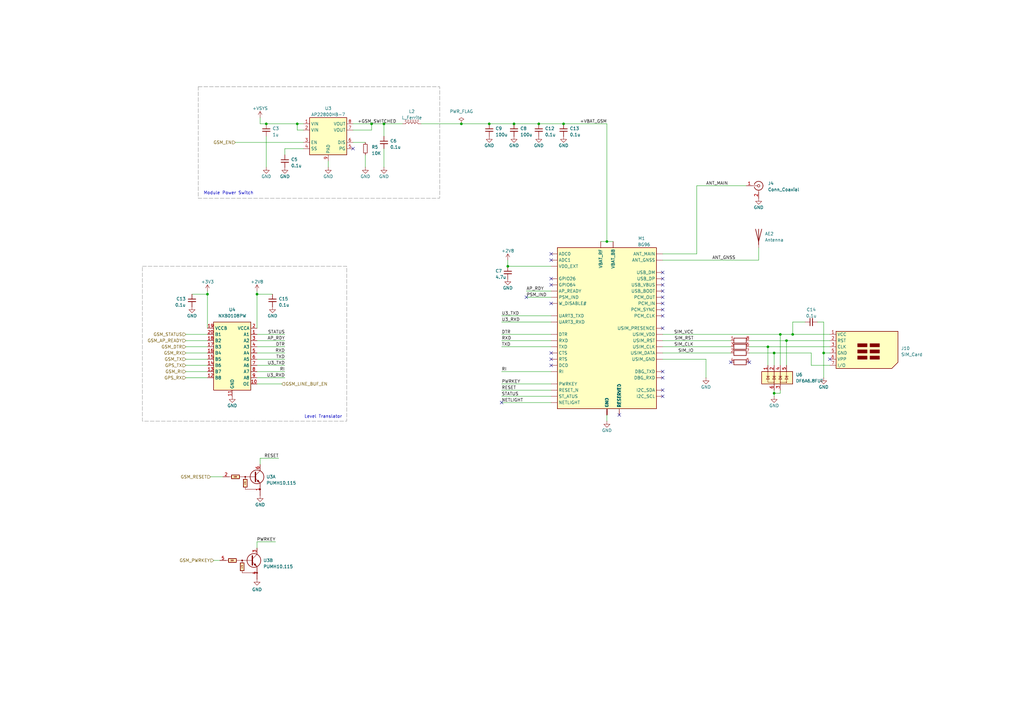
<source format=kicad_sch>
(kicad_sch (version 20250114) (generator "eeschema") (generator_version "9.0")
  (paper "A3")
  (lib_symbols
    (symbol "Connector:Conn_Coaxial" (pin_names (offset 1.016) (hide yes))
      (property "Reference" "J" (at 0.254 3.048 0))
      (property "Value" "Conn_Coaxial" (at 2.921 0 90))
      (symbol "Conn_Coaxial_0_1"
        (polyline (pts (xy -2.54 0) (xy -0.508 0)))
        (arc (start 1.778 0) (mid 0.222 -1.8079) (end -1.778 -0.508) (stroke (width 0.254)))
        (arc (start -1.778 0.508) (mid 0.2221 1.8084) (end 1.778 0) (stroke (width 0.254)))
        (circle (center 0 0) (radius 0.508) (stroke (width 0.2032)))
        (polyline (pts (xy 0 -2.54) (xy 0 -1.778)))
      )
      (symbol "Conn_Coaxial_1_1"
        (pin passive line (at -5.08 0 0) (length 2.54) (name "In") (number "1"))
        (pin passive line (at 0 -5.08 90) (length 2.54) (name "Ext") (number "2"))
      )
    )
    (symbol "Connector:SIM_Card"
      (property "Reference" "J" (at -2.54 12.7 0))
      (property "Value" "SIM_Card" (at -1.27 10.16 0))
      (symbol "SIM_Card_0_1"
        (polyline (pts (xy -10.16 8.89) (xy 15.24 8.89) (xy 15.24 -3.81) (xy 12.7 -6.35) (xy -10.16 -6.35) (xy -10.16 8.89)) (stroke (width 0.254)) (fill (type background)))
        (rectangle (start -1.27 2.54) (end 2.54 3.81) (stroke (width 0.254)) (fill (type outline)))
        (rectangle (start -1.27 0) (end 2.54 1.27) (stroke (width 0.254)) (fill (type outline)))
        (rectangle (start -1.27 -2.54) (end 2.54 -1.27) (stroke (width 0.254)) (fill (type outline)))
        (rectangle (start 3.81 2.54) (end 7.62 3.81) (stroke (width 0.254)) (fill (type outline)))
        (rectangle (start 3.81 0) (end 7.62 1.27) (stroke (width 0.254)) (fill (type outline)))
        (rectangle (start 3.81 -1.27) (end 7.62 -2.54) (stroke (width 0.254)) (fill (type outline)))
      )
      (symbol "SIM_Card_1_1"
        (pin power_in line (at -12.7 7.62 0) (length 2.54) (name "VCC") (number "1"))
        (pin input line (at -12.7 5.08 0) (length 2.54) (name "RST") (number "2"))
        (pin input line (at -12.7 2.54 0) (length 2.54) (name "CLK") (number "3"))
        (pin power_in line (at -12.7 0 0) (length 2.54) (name "GND") (number "5"))
        (pin input line (at -12.7 -2.54 0) (length 2.54) (name "VPP") (number "6"))
        (pin bidirectional line (at -12.7 -5.08 0) (length 2.54) (name "I/O") (number "7"))
      )
    )
    (symbol "Device:Antenna" (pin_numbers (hide yes)) (pin_names (offset 1.016) (hide yes))
      (property "Reference" "AE" (at -1.905 1.905 0))
      (property "Value" "Antenna" (at -1.905 0 0))
      (symbol "Antenna_0_1"
        (polyline (pts (xy 0 2.54) (xy 0 -3.81)) (stroke (width 0.254)))
        (polyline (pts (xy 1.27 2.54) (xy 0 -2.54) (xy -1.27 2.54)) (stroke (width 0.254)))
      )
      (symbol "Antenna_1_1"
        (pin input line (at 0 -5.08 90) (length 2.54) (name "A") (number "1"))
      )
    )
    (symbol "Device:C_Small" (pin_numbers (hide yes)) (pin_names (offset 0.254) (hide yes))
      (property "Reference" "C" (at 0.254 1.778 0))
      (property "Value" "C_Small" (at 0.254 -2.032 0))
      (symbol "C_Small_0_1"
        (polyline (pts (xy -1.524 0.508) (xy 1.524 0.508)) (stroke (width 0.3048)))
        (polyline (pts (xy -1.524 -0.508) (xy 1.524 -0.508)) (stroke (width 0.3302)))
      )
      (symbol "C_Small_1_1"
        (pin passive line (at 0 2.54 270) (length 2.032) (name "~") (number "1"))
        (pin passive line (at 0 -2.54 90) (length 2.032) (name "~") (number "2"))
      )
    )
    (symbol "Device:L_Ferrite" (pin_numbers (hide yes)) (pin_names (offset 1.016) (hide yes))
      (property "Reference" "L" (at -1.27 0 90))
      (property "Value" "L_Ferrite" (at 2.794 0 90))
      (symbol "L_Ferrite_0_1"
        (arc (start 0 2.54) (mid 0.6323 1.905) (end 0 1.27))
        (arc (start 0 1.27) (mid 0.6323 0.635) (end 0 0))
        (arc (start 0 0) (mid 0.6323 -0.635) (end 0 -1.27))
        (arc (start 0 -1.27) (mid 0.6323 -1.905) (end 0 -2.54))
        (polyline (pts (xy 1.016 2.286) (xy 1.016 2.794)))
        (polyline (pts (xy 1.016 1.27) (xy 1.016 1.778)))
        (polyline (pts (xy 1.016 0.254) (xy 1.016 0.762)))
        (polyline (pts (xy 1.016 -0.762) (xy 1.016 -0.254)))
        (polyline (pts (xy 1.016 -1.778) (xy 1.016 -1.27)))
        (polyline (pts (xy 1.016 -2.794) (xy 1.016 -2.286)))
        (polyline (pts (xy 1.524 2.794) (xy 1.524 2.286)))
        (polyline (pts (xy 1.524 1.778) (xy 1.524 1.27)))
        (polyline (pts (xy 1.524 0.762) (xy 1.524 0.254)))
        (polyline (pts (xy 1.524 -0.254) (xy 1.524 -0.762)))
        (polyline (pts (xy 1.524 -1.27) (xy 1.524 -1.778)))
        (polyline (pts (xy 1.524 -2.286) (xy 1.524 -2.794)))
      )
      (symbol "L_Ferrite_1_1"
        (pin passive line (at 0 3.81 270) (length 1.27) (name "1") (number "1"))
        (pin passive line (at 0 -3.81 90) (length 1.27) (name "2") (number "2"))
      )
    )
    (symbol "Device:R_Pack04_Split" (pin_names (offset 0) (hide yes))
      (property "Reference" "RN" (at 2.032 0 90))
      (property "Value" "R_Pack04_Split" (at 0 0 90))
      (symbol "R_Pack04_Split_0_1"
        (rectangle (start 1.016 2.54) (end -1.016 -2.54) (stroke (width 0.254)))
      )
      (symbol "R_Pack04_Split_1_1"
        (pin passive line (at 0 3.81 270) (length 1.27) (name "R1.2") (number "8"))
        (pin passive line (at 0 -3.81 90) (length 1.27) (name "R1.1") (number "1"))
      )
      (symbol "R_Pack04_Split_2_1"
        (pin passive line (at 0 3.81 270) (length 1.27) (name "R2.2") (number "7"))
        (pin passive line (at 0 -3.81 90) (length 1.27) (name "R2.1") (number "2"))
      )
      (symbol "R_Pack04_Split_3_1"
        (pin passive line (at 0 3.81 270) (length 1.27) (name "R3.2") (number "6"))
        (pin passive line (at 0 -3.81 90) (length 1.27) (name "R3.1") (number "3"))
      )
      (symbol "R_Pack04_Split_4_1"
        (pin passive line (at 0 3.81 270) (length 1.27) (name "R4.2") (number "5"))
        (pin passive line (at 0 -3.81 90) (length 1.27) (name "R4.1") (number "4"))
      )
    )
    (symbol "Device:R_Small" (pin_numbers (hide yes)) (pin_names (offset 0.254) (hide yes))
      (property "Reference" "R" (at 0 0 90))
      (property "Value" "R_Small" (at 1.778 0 90))
      (symbol "R_Small_0_1"
        (rectangle (start -0.762 1.778) (end 0.762 -1.778) (stroke (width 0.2032)))
      )
      (symbol "R_Small_1_1"
        (pin passive line (at 0 2.54 270) (length 0.762) (name "~") (number "1"))
        (pin passive line (at 0 -2.54 90) (length 0.762) (name "~") (number "2"))
      )
    )
    (symbol "My Libraries:+2V8" (power) (in_bom no) (on_board no)
      (property "Value" "+2V8" (at 0 3.81 0))
      (symbol "+2V8_0_1"
        (polyline (pts (xy 0 2.54) (xy -0.762 1.27)))
        (polyline (pts (xy 0 2.54) (xy 0.762 1.27)))
        (polyline (pts (xy 0 0) (xy 0 2.54)))
      )
      (symbol "+2V8_1_1"
        (pin power_in line (at 0 0 90) (length 0) (hide yes) (name "+2V8") (number ""))
      )
    )
    (symbol "My Libraries:+VSYS" (power) (in_bom no) (on_board no)
      (property "Value" "+VSYS" (at 0 3.81 0))
      (symbol "+VSYS_0_1"
        (polyline (pts (xy 0 2.54) (xy -0.762 1.27)))
        (polyline (pts (xy 0 2.54) (xy 0.762 1.27)))
        (polyline (pts (xy 0 0) (xy 0 2.54)))
      )
      (symbol "+VSYS_1_1"
        (pin power_in line (at 0 0 90) (length 0) (hide yes) (name "+VSYS") (number ""))
      )
    )
    (symbol "My Libraries:AP22800HB-7"
      (property "Reference" "U" (at -1.27 10.16 0))
      (property "Value" "AP22800HB-7" (at -1.27 10.16 0))
      (symbol "AP22800HB-7_0_1"
        (rectangle (start -7.62 7.62) (end 7.62 -7.62) (stroke (width 0.254)) (fill (type background)))
      )
      (symbol "AP22800HB-7_1_1"
        (pin power_in line (at -10.16 5.08 0) (length 2.54) (name "VIN") (number "1"))
        (pin power_in line (at -10.16 2.54 0) (length 2.54) (name "VIN") (number "2"))
        (pin input line (at -10.16 -2.54 0) (length 2.54) (name "EN") (number "3"))
        (pin input line (at -10.16 -5.08 0) (length 2.54) (name "SS") (number "4"))
        (pin power_in line (at 0 -10.16 90) (length 2.54) (name "PAD") (number "9"))
        (pin passive line (at 10.16 5.08 180) (length 2.54) (name "VOUT") (number "8"))
        (pin passive line (at 10.16 2.54 180) (length 2.54) (name "VOUT") (number "7"))
        (pin output line (at 10.16 -2.54 180) (length 2.54) (name "DIS") (number "6"))
        (pin output line (at 10.16 -5.08 180) (length 2.54) (name "PG") (number "5"))
      )
    )
    (symbol "My Libraries:BG96" (pin_numbers (hide yes))
      (property "Reference" "M" (at -17.78 27.94 0))
      (property "Value" "BG96" (at -17.78 25.4 0))
      (symbol "BG96_0_1"
        (rectangle (start -20.32 22.86) (end 20.32 -43.18) (stroke (width 0.254)) (fill (type background)))
      )
      (symbol "BG96_1_1"
        (pin input line (at -22.86 20.32 0) (length 2.54) (name "ADC0") (number "24"))
        (pin input line (at -22.86 17.78 0) (length 2.54) (name "ADC1") (number "2"))
        (pin power_out line (at -22.86 15.24 0) (length 2.54) (name "VDD_EXT") (number "29"))
        (pin bidirectional line (at -22.86 10.16 0) (length 2.54) (name "GPIO26") (number "26"))
        (pin bidirectional line (at -22.86 7.62 0) (length 2.54) (name "GPIO64") (number "64"))
        (pin input line (at -22.86 5.08 0) (length 2.54) (name "AP_READY") (number "19"))
        (pin output line (at -22.86 2.54 0) (length 2.54) (name "PSM_IND") (number "1"))
        (pin input line (at -22.86 0 0) (length 2.54) (name "W_DISABLE#") (number "18"))
        (pin output line (at -22.86 -5.08 0) (length 2.54) (name "UART3_TXD") (number "27"))
        (pin input line (at -22.86 -7.62 0) (length 2.54) (name "UART3_RXD") (number "28"))
        (pin input line (at -22.86 -12.7 0) (length 2.54) (name "DTR") (number "30"))
        (pin input line (at -22.86 -15.24 0) (length 2.54) (name "RXD") (number "34"))
        (pin output line (at -22.86 -17.78 0) (length 2.54) (name "TXD") (number "35"))
        (pin output line (at -22.86 -20.32 0) (length 2.54) (name "CTS") (number "36"))
        (pin input line (at -22.86 -22.86 0) (length 2.54) (name "RTS") (number "37"))
        (pin output line (at -22.86 -25.4 0) (length 2.54) (name "DCD") (number "38"))
        (pin output line (at -22.86 -27.94 0) (length 2.54) (name "RI") (number "39"))
        (pin passive line (at -22.86 -33.02 0) (length 2.54) (name "PWRKEY") (number "15"))
        (pin input line (at -22.86 -35.56 0) (length 2.54) (name "RESET_N") (number "17"))
        (pin passive line (at -22.86 -38.1 0) (length 2.54) (name "ST_ATUS") (number "20"))
        (pin passive line (at -22.86 -40.64 0) (length 2.54) (name "NETLIGHT") (number "21"))
        (pin power_in line (at -2.54 25.4 270) (length 2.54) (name "VBAT_RF") (number "52"))
        (pin power_in line (at -2.54 25.4 270) (length 2.54) (name "VBAT_RF") (number "53"))
        (pin power_in line (at 0 -45.72 90) (length 2.54) (name "GND") (number "100"))
        (pin power_in line (at 0 -45.72 90) (length 2.54) (name "GND") (number "101"))
        (pin power_in line (at 0 -45.72 90) (length 2.54) (name "GND") (number "102"))
        (pin power_in line (at 0 -45.72 90) (length 2.54) (name "GND") (number "3"))
        (pin power_in line (at 0 -45.72 90) (length 2.54) (name "GND") (number "31"))
        (pin power_in line (at 0 -45.72 90) (length 2.54) (name "GND") (number "48"))
        (pin power_in line (at 0 -45.72 90) (length 2.54) (name "GND") (number "50"))
        (pin power_in line (at 0 -45.72 90) (length 2.54) (name "GND") (number "54"))
        (pin power_in line (at 0 -45.72 90) (length 2.54) (name "GND") (number "55"))
        (pin power_in line (at 0 -45.72 90) (length 2.54) (name "GND") (number "58"))
        (pin power_in line (at 0 -45.72 90) (length 2.54) (name "GND") (number "59"))
        (pin power_in line (at 0 -45.72 90) (length 2.54) (name "GND") (number "61"))
        (pin power_in line (at 0 -45.72 90) (length 2.54) (name "GND") (number "62"))
        (pin power_in line (at 0 -45.72 90) (length 2.54) (name "GND") (number "67"))
        (pin power_in line (at 0 -45.72 90) (length 2.54) (name "GND") (number "68"))
        (pin power_in line (at 0 -45.72 90) (length 2.54) (name "GND") (number "69"))
        (pin power_in line (at 0 -45.72 90) (length 2.54) (name "GND") (number "70"))
        (pin power_in line (at 0 -45.72 90) (length 2.54) (name "GND") (number "71"))
        (pin power_in line (at 0 -45.72 90) (length 2.54) (name "GND") (number "72"))
        (pin power_in line (at 0 -45.72 90) (length 2.54) (name "GND") (number "73"))
        (pin power_in line (at 0 -45.72 90) (length 2.54) (name "GND") (number "74"))
        (pin power_in line (at 0 -45.72 90) (length 2.54) (name "GND") (number "79"))
        (pin power_in line (at 0 -45.72 90) (length 2.54) (name "GND") (number "80"))
        (pin power_in line (at 0 -45.72 90) (length 2.54) (name "GND") (number "81"))
        (pin power_in line (at 0 -45.72 90) (length 2.54) (name "GND") (number "82"))
        (pin power_in line (at 0 -45.72 90) (length 2.54) (name "GND") (number "89"))
        (pin power_in line (at 0 -45.72 90) (length 2.54) (name "GND") (number "90"))
        (pin power_in line (at 0 -45.72 90) (length 2.54) (name "GND") (number "91"))
        (pin power_in line (at 2.54 25.4 270) (length 2.54) (name "VBAT_BB") (number "32"))
        (pin power_in line (at 2.54 25.4 270) (length 2.54) (name "VBAT_BB") (number "33"))
        (pin free line (at 5.08 -45.72 90) (length 2.54) (name "RESERVED") (number "11"))
        (pin free line (at 5.08 -45.72 90) (length 2.54) (name "RESERVED") (number "12"))
        (pin free line (at 5.08 -45.72 90) (length 2.54) (name "RESERVED") (number "13"))
        (pin free line (at 5.08 -45.72 90) (length 2.54) (name "RESERVED") (number "14"))
        (pin free line (at 5.08 -45.72 90) (length 2.54) (name "RESERVED") (number "16"))
        (pin free line (at 5.08 -45.72 90) (length 2.54) (name "RESERVED") (number "25"))
        (pin free line (at 5.08 -45.72 90) (length 2.54) (name "RESERVED") (number "51"))
        (pin free line (at 5.08 -45.72 90) (length 2.54) (name "RESERVED") (number "56"))
        (pin free line (at 5.08 -45.72 90) (length 2.54) (name "RESERVED") (number "57"))
        (pin free line (at 5.08 -45.72 90) (length 2.54) (name "RESERVED") (number "63"))
        (pin free line (at 5.08 -45.72 90) (length 2.54) (name "RESERVED") (number "65"))
        (pin free line (at 5.08 -45.72 90) (length 2.54) (name "RESERVED") (number "66"))
        (pin free line (at 5.08 -45.72 90) (length 2.54) (name "RESERVED") (number "76"))
        (pin free line (at 5.08 -45.72 90) (length 2.54) (name "RESERVED") (number "77"))
        (pin free line (at 5.08 -45.72 90) (length 2.54) (name "RESERVED") (number "78"))
        (pin free line (at 5.08 -45.72 90) (length 2.54) (name "RESERVED") (number "83"))
        (pin free line (at 5.08 -45.72 90) (length 2.54) (name "RESERVED") (number "84"))
        (pin free line (at 5.08 -45.72 90) (length 2.54) (name "RESERVED") (number "85"))
        (pin free line (at 5.08 -45.72 90) (length 2.54) (name "RESERVED") (number "86"))
        (pin free line (at 5.08 -45.72 90) (length 2.54) (name "RESERVED") (number "87"))
        (pin free line (at 5.08 -45.72 90) (length 2.54) (name "RESERVED") (number "88"))
        (pin free line (at 5.08 -45.72 90) (length 2.54) (name "RESERVED") (number "92"))
        (pin free line (at 5.08 -45.72 90) (length 2.54) (name "RESERVED") (number "93"))
        (pin free line (at 5.08 -45.72 90) (length 2.54) (name "RESERVED") (number "94"))
        (pin free line (at 5.08 -45.72 90) (length 2.54) (name "RESERVED") (number "95"))
        (pin free line (at 5.08 -45.72 90) (length 2.54) (name "RESERVED") (number "96"))
        (pin free line (at 5.08 -45.72 90) (length 2.54) (name "RESERVED") (number "97"))
        (pin free line (at 5.08 -45.72 90) (length 2.54) (name "RESERVED") (number "98"))
        (pin free line (at 5.08 -45.72 90) (length 2.54) (name "RESERVED") (number "99"))
        (pin passive line (at 22.86 20.32 180) (length 2.54) (name "ANT_MAIN") (number "60"))
        (pin passive line (at 22.86 17.78 180) (length 2.54) (name "ANT_GNSS") (number "49"))
        (pin bidirectional line (at 22.86 12.7 180) (length 2.54) (name "USB_DM") (number "10"))
        (pin bidirectional line (at 22.86 10.16 180) (length 2.54) (name "USB_DP") (number "9"))
        (pin power_in line (at 22.86 7.62 180) (length 2.54) (name "USB_VBUS") (number "8"))
        (pin power_in line (at 22.86 5.08 180) (length 2.54) (name "USB_BOOT") (number "75"))
        (pin output line (at 22.86 2.54 180) (length 2.54) (name "PCM_OUT") (number "7"))
        (pin input line (at 22.86 0 180) (length 2.54) (name "PCM_IN") (number "6"))
        (pin output line (at 22.86 -2.54 180) (length 2.54) (name "PCM_SYNC") (number "5"))
        (pin output line (at 22.86 -5.08 180) (length 2.54) (name "PCM_CLK") (number "4"))
        (pin input line (at 22.86 -10.16 180) (length 2.54) (name "USIM_PRESENCE") (number "42"))
        (pin power_out line (at 22.86 -12.7 180) (length 2.54) (name "USIM_VDD") (number "43"))
        (pin output line (at 22.86 -15.24 180) (length 2.54) (name "USIM_RST") (number "44"))
        (pin output line (at 22.86 -17.78 180) (length 2.54) (name "USIM_CLK") (number "46"))
        (pin bidirectional line (at 22.86 -20.32 180) (length 2.54) (name "USIM_DATA") (number "45"))
        (pin power_in line (at 22.86 -22.86 180) (length 2.54) (name "USIM_GND") (number "47"))
        (pin output line (at 22.86 -27.94 180) (length 2.54) (name "DBG_TXD") (number "23"))
        (pin input line (at 22.86 -30.48 180) (length 2.54) (name "DBG_RXD") (number "22"))
        (pin bidirectional line (at 22.86 -35.56 180) (length 2.54) (name "I2C_SDA") (number "41"))
        (pin bidirectional line (at 22.86 -38.1 180) (length 2.54) (name "I2C_SCL") (number "40"))
      )
    )
    (symbol "My Libraries:DF6A6.8FUT" (pin_names (hide yes))
      (property "Reference" "U" (at -7.62 5.08 0))
      (property "Value" "DF6A6.8FUT" (at 0 0 0))
      (symbol "DF6A6.8FUT_0_1"
        (rectangle (start -5.08 2.54) (end 7.62 -2.54) (stroke (width 0.254)) (fill (type background)))
        (polyline (pts (xy -3.175 0.635) (xy -1.905 0.635) (xy -1.905 0.381)))
        (polyline (pts (xy -3.175 -0.635) (xy -1.905 -0.635) (xy -2.54 0.635) (xy -3.175 -0.635)))
        (polyline (pts (xy -2.54 2.54) (xy -2.54 -1.905) (xy 0 -1.9)))
        (polyline (pts (xy -0.635 0.635) (xy 0.635 0.635) (xy 0.635 0.381)))
        (polyline (pts (xy -0.635 -0.635) (xy 0.635 -0.635) (xy 0 0.635) (xy -0.635 -0.635)))
        (polyline (pts (xy 0 2.54) (xy 0 -1.905)))
        (polyline (pts (xy 0 2.54) (xy 0 -1.905) (xy 0 -2.54)))
        (circle (center 0 -1.905) (radius 0.127))
        (polyline (pts (xy 1.905 0.635) (xy 3.175 0.635) (xy 3.175 0.381)))
        (polyline (pts (xy 1.905 -0.635) (xy 3.175 -0.635) (xy 2.54 0.635) (xy 1.905 -0.635)))
        (polyline (pts (xy 2.54 2.54) (xy 2.54 -1.778)))
        (polyline (pts (xy 2.54 2.54) (xy 2.54 -1.905) (xy 2.54 -2.54)))
        (circle (center 2.54 -1.905) (radius 0.127))
        (polyline (pts (xy 2.55 2.53) (xy 2.55 -1.9) (xy 5.1 -1.9)))
        (polyline (pts (xy 4.445 0.635) (xy 5.715 0.635) (xy 5.715 0.381)))
        (polyline (pts (xy 4.445 -0.635) (xy 5.715 -0.635) (xy 5.08 0.635) (xy 4.445 -0.635)))
        (polyline (pts (xy 5.08 2.54) (xy 5.08 -1.905)))
        (circle (center 5.08 -1.905) (radius 0.127))
      )
      (symbol "DF6A6.8FUT_1_0"
        (pin passive line (at 0 -5.08 90) (length 2.54) (name "GND") (number "6"))
        (pin passive line (at 2.54 -5.08 90) (length 2.54) (name "GND") (number "3"))
      )
      (symbol "DF6A6.8FUT_1_1"
        (pin passive line (at -2.54 5.08 270) (length 2.54) (name "IO1") (number "1"))
        (pin passive line (at 0 5.08 270) (length 2.54) (name "IO2") (number "2"))
        (pin passive line (at 2.54 5.08 270) (length 2.54) (name "IO3") (number "4"))
        (pin passive line (at 5.08 5.08 270) (length 2.54) (name "IO4") (number "5"))
      )
    )
    (symbol "My Libraries:NXB0108PW"
      (property "Reference" "U" (at 0 15.24 0))
      (property "Value" "NXB0108PW" (at 0 -17.78 0))
      (symbol "NXB0108PW_1_1"
        (rectangle (start -7.62 12.7) (end 7.62 -15.24) (stroke (width 0.254)) (fill (type color) (color 255 255 194 1)))
        (pin power_in line (at -10.16 10.16 0) (length 2.54) (name "VCCA") (number "2"))
        (pin bidirectional line (at -10.16 7.62 0) (length 2.54) (name "A1") (number "1"))
        (pin bidirectional line (at -10.16 5.08 0) (length 2.54) (name "A2") (number "3"))
        (pin bidirectional line (at -10.16 2.54 0) (length 2.54) (name "A3") (number "4"))
        (pin bidirectional line (at -10.16 0 0) (length 2.54) (name "A4") (number "5"))
        (pin bidirectional line (at -10.16 -2.54 0) (length 2.54) (name "A5") (number "6"))
        (pin bidirectional line (at -10.16 -5.08 0) (length 2.54) (name "A6") (number "7"))
        (pin bidirectional line (at -10.16 -7.62 0) (length 2.54) (name "A7") (number "8"))
        (pin bidirectional line (at -10.16 -10.16 0) (length 2.54) (name "A8") (number "9"))
        (pin input line (at -10.16 -12.7 0) (length 2.54) (name "OE") (number "10"))
        (pin power_in line (at 0 -17.78 90) (length 2.54) (name "GND") (number "11"))
        (pin power_in line (at 10.16 10.16 180) (length 2.54) (name "VCCB") (number "19"))
        (pin bidirectional line (at 10.16 7.62 180) (length 2.54) (name "B1") (number "20"))
        (pin bidirectional line (at 10.16 5.08 180) (length 2.54) (name "B2") (number "18"))
        (pin bidirectional line (at 10.16 2.54 180) (length 2.54) (name "B3") (number "17"))
        (pin bidirectional line (at 10.16 0 180) (length 2.54) (name "B4") (number "16"))
        (pin bidirectional line (at 10.16 -2.54 180) (length 2.54) (name "B5") (number "15"))
        (pin bidirectional line (at 10.16 -5.08 180) (length 2.54) (name "B6") (number "14"))
        (pin bidirectional line (at 10.16 -7.62 180) (length 2.54) (name "B7") (number "13"))
        (pin bidirectional line (at 10.16 -10.16 180) (length 2.54) (name "B8") (number "12"))
      )
    )
    (symbol "My Libraries:PUMH10,115"
      (property "Reference" "U" (at 0 0 0))
      (property "Value" "PUMH10,115" (at 0 0 0))
      (symbol "PUMH10,115_0_0"
        (circle (center -6.096 0) (radius 0.2736) (stroke (width 0.1524)) (fill (type outline)))
        (circle (center 0 -5.08) (radius 0.2736) (stroke (width 0.1524)) (fill (type outline)))
        (text "10K" (at -10.16 0 0) (effects (font (size 0.508 0.508))))
      )
      (symbol "PUMH10,115_0_1"
        (polyline (pts (xy -12.7 0) (xy -11.684 0)) (stroke (width 0.1524)))
        (rectangle (start -11.684 -0.762) (end -8.509 0.762) (stroke (width 0.3048)) (fill (type background)))
        (polyline (pts (xy -8.382 0) (xy -8.128 0) (xy -2.032 0)) (stroke (width 0.1524)))
        (rectangle (start -6.858 -1.016) (end -5.334 -4.191) (stroke (width 0.3048)) (fill (type background)))
        (polyline (pts (xy -6.096 -1.016) (xy -6.096 0)) (stroke (width 0.1524)))
        (polyline (pts (xy -6.096 -4.318) (xy -6.096 -5.08) (xy 0 -5.08)) (stroke (width 0.1524)))
        (polyline (pts (xy -1.905 1.905) (xy -1.905 -1.905) (xy -1.905 -1.905)) (stroke (width 0.508)))
        (polyline (pts (xy -1.905 0.635) (xy 0 2.54)))
        (polyline (pts (xy -1.905 -0.635) (xy 0 -2.54) (xy 0 -2.54)))
        (circle (center -1.27 0) (radius 2.8194) (stroke (width 0.254)))
        (polyline (pts (xy -1.27 -1.778) (xy -0.762 -1.27) (xy -0.254 -2.286) (xy -1.27 -1.778) (xy -1.27 -1.778)) (fill (type outline)))
        (text "47K" (at -6.096 -2.54 900) (effects (font (size 0.508 0.508))))
      )
      (symbol "PUMH10,115_1_1"
        (pin passive line (at -15.24 0 0) (length 2.54) (name "") (number "2"))
        (pin passive line (at 0 5.08 270) (length 2.54) (name "") (number "6"))
        (pin passive line (at 0 -7.62 90) (length 5.08) (name "") (number "1"))
      )
      (symbol "PUMH10,115_2_1"
        (pin passive line (at -15.24 0 0) (length 2.54) (name "") (number "5"))
        (pin passive line (at 0 5.08 270) (length 2.54) (name "") (number "3"))
        (pin passive line (at 0 -7.62 90) (length 5.08) (name "") (number "4"))
      )
    )
    (symbol "power:+3.3V" (power) (pin_numbers (hide yes)) (pin_names (offset 0) (hide yes))
      (property "Value" "+3.3V" (at 0 3.556 0))
      (symbol "+3.3V_0_1"
        (polyline (pts (xy -0.762 1.27) (xy 0 2.54)))
        (polyline (pts (xy 0 2.54) (xy 0.762 1.27)))
        (polyline (pts (xy 0 0) (xy 0 2.54)))
      )
      (symbol "+3.3V_1_1"
        (pin power_in line (at 0 0 90) (length 0) (name "~") (number "1"))
      )
    )
    (symbol "power:GND" (power) (pin_numbers (hide yes)) (pin_names (offset 0) (hide yes))
      (property "Value" "GND" (at 0 -3.81 0))
      (symbol "GND_0_1"
        (polyline (pts (xy 0 0) (xy 0 -1.27) (xy 1.27 -1.27) (xy 0 -2.54) (xy -1.27 -1.27) (xy 0 -1.27)))
      )
      (symbol "GND_1_1"
        (pin power_in line (at 0 0 270) (length 0) (name "~") (number "1"))
      )
    )
    (symbol "power:PWR_FLAG" (power) (pin_numbers (hide yes)) (pin_names (offset 0) (hide yes))
      (property "Value" "PWR_FLAG" (at 0 3.81 0))
      (symbol "PWR_FLAG_0_0"
        (pin power_out line (at 0 0 90) (length 0) (name "~") (number "1"))
      )
      (symbol "PWR_FLAG_0_1"
        (polyline (pts (xy 0 0) (xy 0 1.27) (xy -1.016 1.905) (xy 0 2.54) (xy 1.016 1.905) (xy 0 1.27)))
      )
    )
  )
  (rectangle (start 81.28 35.56) (end 180.34 81.28) (stroke (width 0) (type dash) (color 132 132 132 1)))
  (rectangle (start 58.42 109.22) (end 142.24 172.72) (stroke (width 0) (type dash) (color 132 132 132 1)))
  (text "Module Power Switch" (at 93.726 79.248 0) (effects (font (size 1.27 1.27))))
  (text "Level Translator" (at 132.588 170.942 0) (effects (font (size 1.27 1.27))))
  (junction (at 200.66 50.8))
  (junction (at 109.22 50.8) (diameter 0.9144))
  (junction (at 85.09 120.65))
  (junction (at 314.96 142.24))
  (junction (at 121.92 50.8) (diameter 0.9144))
  (junction (at 157.48 50.8) (diameter 0.9144))
  (junction (at 210.82 50.8))
  (junction (at 152.4 50.8) (diameter 0.9144))
  (junction (at 320.04 137.16))
  (junction (at 208.28 109.22) (diameter 0.9144))
  (junction (at 325.12 137.16) (diameter 0.9144))
  (junction (at 317.5 161.29))
  (junction (at 248.92 99.06))
  (junction (at 322.58 139.7))
  (junction (at 220.98 50.8) (diameter 0.9144))
  (junction (at 231.14 50.8))
  (junction (at 189.23 50.8))
  (junction (at 317.5 144.78))
  (junction (at 337.82 144.78) (diameter 0.9144))
  (junction (at 105.41 120.65))
  (no_connect (at 144.78 60.96))
  (no_connect (at 226.06 144.78))
  (no_connect (at 271.78 114.3))
  (no_connect (at 271.78 134.62))
  (no_connect (at 226.06 106.68))
  (no_connect (at 205.74 165.1))
  (no_connect (at 271.78 119.38))
  (no_connect (at 340.36 147.32))
  (no_connect (at 254 170.18))
  (no_connect (at 271.78 154.94))
  (no_connect (at 215.9 121.92))
  (no_connect (at 271.78 116.84))
  (no_connect (at 226.06 114.3))
  (no_connect (at 226.06 116.84))
  (no_connect (at 271.78 121.92))
  (no_connect (at 271.78 124.46))
  (no_connect (at 271.78 127))
  (no_connect (at 271.78 129.54))
  (no_connect (at 271.78 160.02))
  (no_connect (at 271.78 162.56))
  (no_connect (at 226.06 149.86))
  (no_connect (at 226.06 104.14))
  (no_connect (at 226.06 124.46))
  (no_connect (at 271.78 111.76))
  (no_connect (at 299.72 148.59))
  (no_connect (at 307.34 148.59))
  (no_connect (at 271.78 152.4))
  (no_connect (at 226.06 147.32))
  (wire (pts (xy 205.74 142.24) (xy 226.06 142.24)))
  (wire (pts (xy 189.23 50.8) (xy 200.66 50.8)))
  (wire (pts (xy 106.68 48.26) (xy 106.68 50.8)))
  (wire (pts (xy 205.74 152.4) (xy 226.06 152.4)))
  (wire (pts (xy 320.04 160.02) (xy 320.04 161.29)))
  (wire (pts (xy 157.48 50.8) (xy 157.48 55.88)))
  (wire (pts (xy 208.28 109.22) (xy 226.06 109.22)))
  (wire (pts (xy 271.78 139.7) (xy 299.72 139.7)))
  (wire (pts (xy 307.34 139.7) (xy 322.58 139.7)))
  (wire (pts (xy 109.22 50.8) (xy 121.92 50.8)))
  (wire (pts (xy 121.92 53.34) (xy 121.92 50.8)))
  (wire (pts (xy 124.46 53.34) (xy 121.92 53.34)))
  (wire (pts (xy 144.78 50.8) (xy 152.4 50.8)))
  (wire (pts (xy 215.9 121.92) (xy 226.06 121.92)))
  (wire (pts (xy 317.5 161.29) (xy 320.04 161.29)))
  (wire (pts (xy 105.41 120.65) (xy 105.41 134.62)))
  (wire (pts (xy 76.2 137.16) (xy 85.09 137.16)))
  (wire (pts (xy 105.41 222.25) (xy 113.03 222.25)))
  (wire (pts (xy 105.41 224.79) (xy 105.41 222.25)))
  (wire (pts (xy 205.74 137.16) (xy 226.06 137.16)))
  (wire (pts (xy 246.38 99.06) (xy 248.92 99.06)))
  (wire (pts (xy 106.68 190.5) (xy 106.68 187.96)))
  (wire (pts (xy 205.74 160.02) (xy 226.06 160.02)))
  (wire (pts (xy 76.2 149.86) (xy 85.09 149.86)))
  (wire (pts (xy 322.58 139.7) (xy 340.36 139.7)))
  (wire (pts (xy 200.66 50.8) (xy 210.82 50.8)))
  (wire (pts (xy 172.72 50.8) (xy 189.23 50.8)))
  (wire (pts (xy 271.78 142.24) (xy 299.72 142.24)))
  (wire (pts (xy 307.34 142.24) (xy 314.96 142.24)))
  (wire (pts (xy 332.74 149.86) (xy 332.74 144.78)))
  (wire (pts (xy 340.36 149.86) (xy 332.74 149.86)))
  (wire (pts (xy 115.57 157.48) (xy 105.41 157.48)))
  (wire (pts (xy 116.84 60.96) (xy 116.84 63.5)))
  (wire (pts (xy 124.46 60.96) (xy 116.84 60.96)))
  (wire (pts (xy 271.78 137.16) (xy 320.04 137.16)))
  (wire (pts (xy 320.04 137.16) (xy 325.12 137.16)))
  (wire (pts (xy 325.12 137.16) (xy 340.36 137.16)))
  (wire (pts (xy 105.41 137.16) (xy 116.84 137.16)))
  (wire (pts (xy 205.74 132.08) (xy 226.06 132.08)))
  (wire (pts (xy 87.63 229.87) (xy 90.17 229.87)))
  (wire (pts (xy 317.5 144.78) (xy 317.5 149.86)))
  (wire (pts (xy 144.78 58.42) (xy 149.86 58.42)))
  (wire (pts (xy 105.41 154.94) (xy 116.84 154.94)))
  (wire (pts (xy 76.2 144.78) (xy 85.09 144.78)))
  (wire (pts (xy 317.5 161.29) (xy 317.5 162.56)))
  (wire (pts (xy 271.78 144.78) (xy 299.72 144.78)))
  (wire (pts (xy 307.34 144.78) (xy 317.5 144.78)))
  (wire (pts (xy 86.36 195.58) (xy 91.44 195.58)))
  (wire (pts (xy 248.92 99.06) (xy 251.46 99.06)))
  (wire (pts (xy 105.41 147.32) (xy 116.84 147.32)))
  (wire (pts (xy 271.78 104.14) (xy 285.75 104.14)))
  (wire (pts (xy 285.75 76.2) (xy 306.07 76.2)))
  (wire (pts (xy 285.75 104.14) (xy 285.75 76.2)))
  (wire (pts (xy 314.96 142.24) (xy 340.36 142.24)))
  (wire (pts (xy 311.15 106.68) (xy 311.15 101.6)))
  (wire (pts (xy 105.41 142.24) (xy 116.84 142.24)))
  (wire (pts (xy 320.04 137.16) (xy 320.04 149.86)))
  (wire (pts (xy 105.41 152.4) (xy 116.84 152.4)))
  (wire (pts (xy 317.5 144.78) (xy 332.74 144.78)))
  (wire (pts (xy 105.41 119.38) (xy 105.41 120.65)))
  (wire (pts (xy 109.22 55.88) (xy 109.22 68.58)))
  (wire (pts (xy 317.5 160.02) (xy 317.5 161.29)))
  (wire (pts (xy 111.76 120.65) (xy 105.41 120.65)))
  (wire (pts (xy 231.14 50.8) (xy 248.92 50.8)))
  (wire (pts (xy 271.78 147.32) (xy 289.56 147.32)))
  (wire (pts (xy 208.28 106.68) (xy 208.28 109.22)))
  (wire (pts (xy 106.68 50.8) (xy 109.22 50.8)))
  (wire (pts (xy 157.48 60.96) (xy 157.48 68.58)))
  (wire (pts (xy 105.41 139.7) (xy 116.84 139.7)))
  (wire (pts (xy 248.92 170.18) (xy 248.92 172.72)))
  (wire (pts (xy 215.9 119.38) (xy 226.06 119.38)))
  (wire (pts (xy 76.2 152.4) (xy 85.09 152.4)))
  (wire (pts (xy 144.78 53.34) (xy 152.4 53.34)))
  (wire (pts (xy 152.4 53.34) (xy 152.4 50.8)))
  (wire (pts (xy 149.86 63.5) (xy 149.86 68.58)))
  (wire (pts (xy 210.82 50.8) (xy 220.98 50.8)))
  (wire (pts (xy 271.78 106.68) (xy 311.15 106.68)))
  (wire (pts (xy 322.58 139.7) (xy 322.58 149.86)))
  (wire (pts (xy 106.68 187.96) (xy 114.3 187.96)))
  (wire (pts (xy 78.74 120.65) (xy 85.09 120.65)))
  (wire (pts (xy 76.2 139.7) (xy 85.09 139.7)))
  (wire (pts (xy 105.41 149.86) (xy 116.84 149.86)))
  (wire (pts (xy 220.98 50.8) (xy 231.14 50.8)))
  (wire (pts (xy 85.09 120.65) (xy 85.09 134.62)))
  (wire (pts (xy 85.09 119.38) (xy 85.09 120.65)))
  (wire (pts (xy 105.41 144.78) (xy 116.84 144.78)))
  (wire (pts (xy 134.62 66.04) (xy 134.62 68.58)))
  (wire (pts (xy 76.2 147.32) (xy 85.09 147.32)))
  (wire (pts (xy 205.74 139.7) (xy 226.06 139.7)))
  (wire (pts (xy 121.92 50.8) (xy 124.46 50.8)))
  (wire (pts (xy 226.06 157.48) (xy 205.74 157.48)))
  (wire (pts (xy 335.28 132.08) (xy 337.82 132.08)))
  (wire (pts (xy 337.82 132.08) (xy 337.82 144.78)))
  (wire (pts (xy 337.82 144.78) (xy 337.82 154.94)))
  (wire (pts (xy 76.2 142.24) (xy 85.09 142.24)))
  (wire (pts (xy 205.74 165.1) (xy 226.06 165.1)))
  (wire (pts (xy 248.92 50.8) (xy 248.92 99.06)))
  (wire (pts (xy 152.4 50.8) (xy 157.48 50.8)))
  (wire (pts (xy 157.48 50.8) (xy 165.1 50.8)))
  (wire (pts (xy 205.74 129.54) (xy 226.06 129.54)))
  (wire (pts (xy 325.12 132.08) (xy 325.12 137.16)))
  (wire (pts (xy 330.2 132.08) (xy 325.12 132.08)))
  (wire (pts (xy 96.52 58.42) (xy 124.46 58.42)))
  (wire (pts (xy 289.56 154.94) (xy 289.56 147.32)))
  (wire (pts (xy 314.96 142.24) (xy 314.96 149.86)))
  (wire (pts (xy 205.74 162.56) (xy 226.06 162.56)))
  (wire (pts (xy 340.36 144.78) (xy 337.82 144.78)))
  (wire (pts (xy 76.2 154.94) (xy 85.09 154.94)))
  (label "PWRKEY" (at 113.03 222.25 180))
  (label "TXD" (at 116.84 147.32 180))
  (label "NETLIGHT" (at 205.74 165.1 0))
  (label "RXD" (at 116.84 144.78 180))
  (label "SIM_IO" (at 284.48 144.78 180))
  (label "STATUS" (at 205.74 162.56 0))
  (label "RESET" (at 205.74 160.02 0))
  (label "ANT_MAIN" (at 289.56 76.2 0))
  (label "SIM_VCC" (at 284.48 137.16 180))
  (label "SIM_CLK" (at 284.48 142.24 180))
  (label "U3_TXD" (at 205.74 129.54 0))
  (label "SIM_RST" (at 284.48 139.7 180))
  (label "AP_RDY" (at 215.9 119.38 0))
  (label "RESET" (at 114.3 187.96 180))
  (label "DTR" (at 205.74 137.16 0))
  (label "U3_RXD" (at 116.84 154.94 180))
  (label "RI" (at 116.84 152.4 180))
  (label "+GSM_SWITCHED" (at 162.56 50.8 180))
  (label "ANT_GNSS" (at 292.1 106.68 0))
  (label "+VBAT_GSM" (at 248.92 50.8 180))
  (label "STATUS" (at 116.84 137.16 180))
  (label "RXD" (at 205.74 139.7 0))
  (label "DTR" (at 116.84 142.24 180))
  (label "U3_RXD" (at 205.74 132.08 0))
  (label "TXD" (at 205.74 142.24 0))
  (label "PWRKEY" (at 205.74 157.48 0))
  (label "PSM_IND" (at 215.9 121.92 0))
  (label "U3_TXD" (at 116.84 149.86 180))
  (label "AP_RDY" (at 116.84 139.7 180))
  (label "RI" (at 205.74 152.4 0))
  (hierarchical_label "GSM_RESET" (shape input) (at 86.36 195.58 180))
  (hierarchical_label "GSM_EN" (shape input) (at 96.52 58.42 180))
  (hierarchical_label "GSM_RX" (shape input) (at 76.2 144.78 180))
  (hierarchical_label "GSM_RI" (shape input) (at 76.2 152.4 180))
  (hierarchical_label "GSM_AP_READY" (shape input) (at 76.2 139.7 180))
  (hierarchical_label "GPS_TX" (shape input) (at 76.2 149.86 180))
  (hierarchical_label "GPS_RX" (shape input) (at 76.2 154.94 180))
  (hierarchical_label "GSM_DTR" (shape input) (at 76.2 142.24 180))
  (hierarchical_label "GSM_STATUS" (shape input) (at 76.2 137.16 180))
  (hierarchical_label "GSM_TX" (shape input) (at 76.2 147.32 180))
  (hierarchical_label "GSM_LINE_BUF_EN" (shape input) (at 115.57 157.48 0))
  (hierarchical_label "GSM_PWRKEY" (shape input) (at 87.63 229.87 180))
  (symbol (lib_id "Device:C_Small") (at 231.14 53.34 0) (unit 1)
    (property "Reference" "C22" (at 233.68 52.7049 0) (effects (justify left)))
    (property "Value" "0.1u" (at 233.68 55.2449 0) (effects (justify left)))
    (property "Footprint" "Capacitor_SMD:C_0603_1608Metric" (effects (hide yes)))
    (property "Description" "Unpolarized capacitor, small symbol" (effects (hide yes)))
    (instances (project "BK4000TG_V3" (path "" (reference "C13") (unit 1))) (project "BK4000TG_V3" (path "" (reference "C22") (unit 1))))
  )
  (symbol (lib_id "Device:C_Small") (at 111.76 123.19 0) (unit 1)
    (property "Reference" "C15" (at 114.3 122.5549 0) (effects (justify left)))
    (property "Value" "0.1u" (at 114.3 125.0949 0) (effects (justify left)))
    (property "Footprint" "Capacitor_SMD:C_0603_1608Metric" (effects (hide yes)))
    (property "Description" "Unpolarized capacitor, small symbol" (effects (hide yes)))
  )
  (symbol (lib_id "power:GND") (at 200.66 55.88 0) (unit 1)
    (property "Reference" "#PWR045" (effects (hide yes)))
    (property "Value" "GND" (at 200.66 59.69 0))
    (property "Description" "Power symbol creates a global label with name \"GND\" , ground" (effects (hide yes)))
    (instances (project "BK4000TG_V3" (path "" (reference "#PWR040") (unit 1))) (project "BK4000TG_V3" (path "" (reference "#PWR045") (unit 1))))
  )
  (symbol (lib_id "My Libraries:PUMH10,115") (at 105.41 229.87 0) (unit 2)
    (property "Reference" "U3" (at 107.95 229.8416 0) (effects (justify left)))
    (property "Value" "PUMH10,115" (at 107.95 232.3816 0) (effects (justify left)))
    (property "Footprint" "Package_TO_SOT_SMD:SOT-363_SC-70-6" (effects (hide yes)))
    (property "Datasheet" "https://assets.nexperia.com/documents/data-sheet/PUMH10.pdf" (effects (hide yes)))
    (property "Description" "Dual NPN Transistor with internal resistors SOT-363" (effects (hide yes)))
  )
  (symbol (lib_id "power:GND") (at 78.74 125.73 0) (mirror y) (unit 1)
    (property "Reference" "#PWR032" (effects (hide yes)))
    (property "Value" "GND" (at 78.74 129.54 0))
    (property "Description" "Power symbol creates a global label with name \"GND\" , ground" (effects (hide yes)))
  )
  (symbol (lib_id "My Libraries:DF6A6.8FUT") (at 317.5 154.94 0) (unit 1)
    (property "Reference" "U6" (at 326.39 153.6699 0) (effects (justify left)))
    (property "Value" "DF6A6.8FUT" (at 326.39 156.2099 0) (effects (justify left)))
    (property "Footprint" "Package_TO_SOT_SMD:SOT-363_SC-70-6" (effects (hide yes)))
    (property "Datasheet" "https://www.onsemi.com/download/data-sheet/pdf/df6a6.8fut1-d.pdf" (effects (hide yes)))
    (property "Description" "Quad TVS array SC−88 5V" (effects (hide yes)))
  )
  (symbol (lib_id "power:GND") (at 149.86 68.58 0) (unit 1)
    (property "Reference" "#PWR043" (effects (hide yes)))
    (property "Value" "GND" (at 149.86 72.39 0))
    (property "Description" "Power symbol creates a global label with name \"GND\" , ground" (effects (hide yes)))
    (instances (project "BK4000TG_V3" (path "" (reference "#PWR035") (unit 1))) (project "BK4000TG_V3" (path "" (reference "#PWR043") (unit 1))))
  )
  (symbol (lib_id "power:GND") (at 210.82 55.88 0) (unit 1)
    (property "Reference" "#PWR048" (effects (hide yes)))
    (property "Value" "GND" (at 210.82 59.69 0))
    (property "Description" "Power symbol creates a global label with name \"GND\" , ground" (effects (hide yes)))
    (instances (project "BK4000TG_V3" (path "" (reference "#PWR039") (unit 1))) (project "BK4000TG_V3" (path "" (reference "#PWR048") (unit 1))))
  )
  (symbol (lib_id "Device:R_Pack04_Split") (at 303.53 144.78 270) (unit 2)
    (property "Reference" "RN1" (effects (hide yes)))
    (property "Value" "22R" (effects (hide yes)))
    (property "Footprint" "Resistor_SMD:R_Array_Concave_4x0603" (effects (hide yes)))
    (property "Description" "4 resistor network, parallel topology, split" (effects (hide yes)))
    (instances (project "BK4000TG_V3" (path "" (reference "RN3") (unit 2))) (project "BK4000TG_V3" (path "" (reference "RN1") (unit 2))))
  )
  (symbol (lib_id "My Libraries:+2V8") (at 208.28 106.68 0) (unit 1) (in_bom no) (on_board no)
    (property "Reference" "#PWR046" (effects (hide yes)))
    (property "Value" "+2V8" (at 208.28 102.87 0))
    (instances (project "BK4000TG_V3" (path "" (reference "#PWR037") (unit 1))) (project "BK4000TG_V3" (path "" (reference "#PWR046") (unit 1))))
  )
  (symbol (lib_id "Connector:SIM_Card") (at 353.06 144.78 0) (unit 1)
    (property "Reference" "J5" (at 369.57 142.8749 0) (effects (justify left)))
    (property "Value" "SIM_Card" (at 369.57 145.4149 0) (effects (justify left)))
    (property "Footprint" "Connector_Card:microSIM_JAE_SF53S006VCBR2000" (effects (hide yes)))
    (property "Description" "SIM Card" (effects (hide yes)))
    (instances (project "BK4000TG_V3" (path "" (reference "J10") (unit 1))) (project "BK4000TG_V3" (path "" (reference "J5") (unit 1))))
  )
  (symbol (lib_id "Device:C_Small") (at 332.74 132.08 90) (mirror x) (unit 1)
    (property "Reference" "C23" (at 332.74 127 90))
    (property "Value" "0.1u" (at 332.74 129.54 90))
    (property "Footprint" "Capacitor_SMD:C_0603_1608Metric" (effects (hide yes)))
    (property "Description" "Unpolarized capacitor, small symbol" (effects (hide yes)))
    (instances (project "BK4000TG_V3" (path "" (reference "C14") (unit 1))) (project "BK4000TG_V3" (path "" (reference "C23") (unit 1))))
  )
  (symbol (lib_id "Device:C_Small") (at 157.48 58.42 0) (unit 1)
    (property "Reference" "C17" (at 160.02 57.7849 0) (effects (justify left)))
    (property "Value" "0.1u" (at 160.02 60.3249 0) (effects (justify left)))
    (property "Footprint" "Capacitor_SMD:C_0603_1608Metric" (effects (hide yes)))
    (property "Description" "Unpolarized capacitor, small symbol" (effects (hide yes)))
    (instances (project "BK4000TG_V3" (path "" (reference "C6") (unit 1))) (project "BK4000TG_V3" (path "" (reference "C17") (unit 1))))
  )
  (symbol (lib_id "power:GND") (at 111.76 125.73 0) (unit 1)
    (property "Reference" "#PWR039" (effects (hide yes)))
    (property "Value" "GND" (at 111.76 129.54 0))
    (property "Description" "Power symbol creates a global label with name \"GND\" , ground" (effects (hide yes)))
  )
  (symbol (lib_id "power:GND") (at 109.22 68.58 0) (unit 1)
    (property "Reference" "#PWR038" (effects (hide yes)))
    (property "Value" "GND" (at 109.22 72.39 0))
    (property "Description" "Power symbol creates a global label with name \"GND\" , ground" (effects (hide yes)))
    (instances (project "BK4000TG_V3" (path "" (reference "#PWR030") (unit 1))) (project "BK4000TG_V3" (path "" (reference "#PWR038") (unit 1))))
  )
  (symbol (lib_id "power:GND") (at 116.84 68.58 0) (unit 1)
    (property "Reference" "#PWR040" (effects (hide yes)))
    (property "Value" "GND" (at 116.84 72.39 0))
    (property "Description" "Power symbol creates a global label with name \"GND\" , ground" (effects (hide yes)))
    (instances (project "BK4000TG_V3" (path "" (reference "#PWR032") (unit 1))) (project "BK4000TG_V3" (path "" (reference "#PWR040") (unit 1))))
  )
  (symbol (lib_id "My Libraries:PUMH10,115") (at 106.68 195.58 0) (unit 1)
    (property "Reference" "U3" (at 109.22 195.5516 0) (effects (justify left)))
    (property "Value" "PUMH10,115" (at 109.22 198.0916 0) (effects (justify left)))
    (property "Footprint" "Package_TO_SOT_SMD:SOT-363_SC-70-6" (effects (hide yes)))
    (property "Datasheet" "https://assets.nexperia.com/documents/data-sheet/PUMH10.pdf" (effects (hide yes)))
    (property "Description" "Dual NPN Transistor with internal resistors SOT-363" (effects (hide yes)))
  )
  (symbol (lib_id "Device:C_Small") (at 210.82 53.34 0) (unit 1)
    (property "Reference" "C20" (at 213.36 52.7049 0) (effects (justify left)))
    (property "Value" "100u" (at 213.36 55.2449 0) (effects (justify left)))
    (property "Footprint" "Capacitor_Tantalum_SMD:CP_EIA-6032-20_AVX-F" (effects (hide yes)))
    (property "Description" "Unpolarized capacitor, small symbol" (effects (hide yes)))
    (instances (project "BK4000TG_V3" (path "" (reference "C8") (unit 1))) (project "BK4000TG_V3" (path "" (reference "C20") (unit 1))))
  )
  (symbol (lib_id "power:GND") (at 220.98 55.88 0) (unit 1)
    (property "Reference" "#PWR049" (effects (hide yes)))
    (property "Value" "GND" (at 220.98 59.69 0))
    (property "Description" "Power symbol creates a global label with name \"GND\" , ground" (effects (hide yes)))
    (instances (project "BK4000TG_V3" (path "" (reference "#PWR043") (unit 1))) (project "BK4000TG_V3" (path "" (reference "#PWR049") (unit 1))))
  )
  (symbol (lib_id "power:GND") (at 317.5 162.56 0) (unit 1)
    (property "Reference" "#PWR054" (effects (hide yes)))
    (property "Value" "GND" (at 317.5 166.37 0))
    (property "Description" "Power symbol creates a global label with name \"GND\" , ground" (effects (hide yes)))
    (instances (project "BK4000TG_V3" (path "" (reference "#PWR050") (unit 1))) (project "BK4000TG_V3" (path "" (reference "#PWR054") (unit 1))))
  )
  (symbol (lib_id "Device:C_Small") (at 116.84 66.04 0) (unit 1)
    (property "Reference" "C16" (at 119.38 65.4049 0) (effects (justify left)))
    (property "Value" "0.1u" (at 119.38 67.9449 0) (effects (justify left)))
    (property "Footprint" "Capacitor_SMD:C_0603_1608Metric" (effects (hide yes)))
    (property "Description" "Unpolarized capacitor, small symbol" (effects (hide yes)))
    (instances (project "BK4000TG_V3" (path "" (reference "C5") (unit 1))) (project "BK4000TG_V3" (path "" (reference "C16") (unit 1))))
  )
  (symbol (lib_id "power:+3.3V") (at 85.09 119.38 0) (unit 1)
    (property "Reference" "#PWR034" (effects (hide yes)))
    (property "Value" "+3V3" (at 85.09 115.57 0))
    (property "Description" "Power symbol creates a global label with name \"+3.3V\"" (effects (hide yes)))
  )
  (symbol (lib_id "Device:R_Pack04_Split") (at 303.53 148.59 270) (unit 4)
    (property "Reference" "RN1" (effects (hide yes)))
    (property "Value" "22R" (effects (hide yes)))
    (property "Footprint" "Resistor_SMD:R_Array_Concave_4x0603" (effects (hide yes)))
    (property "Description" "4 resistor network, parallel topology, split" (effects (hide yes)))
    (instances (project "BK4000TG_V3" (path "" (reference "RN3") (unit 4))) (project "BK4000TG_V3" (path "" (reference "RN1") (unit 4))))
  )
  (symbol (lib_id "power:GND") (at 208.28 114.3 0) (unit 1)
    (property "Reference" "#PWR047" (effects (hide yes)))
    (property "Value" "GND" (at 208.28 118.11 0))
    (property "Description" "Power symbol creates a global label with name \"GND\" , ground" (effects (hide yes)))
    (instances (project "BK4000TG_V3" (path "" (reference "#PWR038") (unit 1))) (project "BK4000TG_V3" (path "" (reference "#PWR047") (unit 1))))
  )
  (symbol (lib_id "Device:C_Small") (at 109.22 53.34 0) (unit 1)
    (property "Reference" "C14" (at 111.76 52.7049 0) (effects (justify left)))
    (property "Value" "1u" (at 111.76 55.2449 0) (effects (justify left)))
    (property "Footprint" "Capacitor_SMD:C_0603_1608Metric" (effects (hide yes)))
    (property "Description" "Unpolarized capacitor, small symbol" (effects (hide yes)))
    (instances (project "BK4000TG_V3" (path "" (reference "C3") (unit 1))) (project "BK4000TG_V3" (path "" (reference "C14") (unit 1))))
  )
  (symbol (lib_id "power:PWR_FLAG") (at 189.23 50.8 0) (unit 1)
    (property "Reference" "#FLG07" (effects (hide yes)))
    (property "Value" "PWR_FLAG" (at 189.23 45.72 0))
    (property "Description" "Special symbol for telling ERC where power comes from" (effects (hide yes)))
  )
  (symbol (lib_id "Device:C_Small") (at 220.98 53.34 0) (unit 1)
    (property "Reference" "C21" (at 223.52 52.7049 0) (effects (justify left)))
    (property "Value" "0.1u" (at 223.52 55.2449 0) (effects (justify left)))
    (property "Footprint" "Capacitor_SMD:C_0603_1608Metric" (effects (hide yes)))
    (property "Description" "Unpolarized capacitor, small symbol" (effects (hide yes)))
    (instances (project "BK4000TG_V3" (path "" (reference "C12") (unit 1))) (project "BK4000TG_V3" (path "" (reference "C21") (unit 1))))
  )
  (symbol (lib_id "power:GND") (at 105.41 237.49 0) (unit 1)
    (property "Reference" "#PWR042" (effects (hide yes)))
    (property "Value" "GND" (at 105.41 241.808 0))
    (property "Description" "Power symbol creates a global label with name \"GND\" , ground" (effects (hide yes)))
    (instances (project "BK4000TG_V3" (path "" (reference "#PWR033") (unit 1))) (project "BK4000TG_V3" (path "" (reference "#PWR042") (unit 1))))
  )
  (symbol (lib_id "My Libraries:+2V8") (at 105.41 119.38 0) (unit 1) (in_bom no) (on_board no)
    (property "Reference" "#PWR036" (effects (hide yes)))
    (property "Value" "+2V8" (at 105.41 115.57 0))
  )
  (symbol (lib_id "power:GND") (at 157.48 68.58 0) (unit 1)
    (property "Reference" "#PWR044" (effects (hide yes)))
    (property "Value" "GND" (at 157.48 72.39 0))
    (property "Description" "Power symbol creates a global label with name \"GND\" , ground" (effects (hide yes)))
    (instances (project "BK4000TG_V3" (path "" (reference "#PWR036") (unit 1))) (project "BK4000TG_V3" (path "" (reference "#PWR044") (unit 1))))
  )
  (symbol (lib_id "Device:C_Small") (at 78.74 123.19 0) (mirror y) (unit 1)
    (property "Reference" "C13" (at 76.2 122.5549 0) (effects (justify left)))
    (property "Value" "0.1u" (at 76.2 125.0949 0) (effects (justify left)))
    (property "Footprint" "Capacitor_SMD:C_0603_1608Metric" (effects (hide yes)))
    (property "Description" "Unpolarized capacitor, small symbol" (effects (hide yes)))
  )
  (symbol (lib_id "power:GND") (at 95.25 162.56 0) (unit 1)
    (property "Reference" "#PWR035" (effects (hide yes)))
    (property "Value" "GND" (at 95.25 166.37 0))
    (property "Description" "Power symbol creates a global label with name \"GND\" , ground" (effects (hide yes)))
  )
  (symbol (lib_id "Device:C_Small") (at 200.66 53.34 0) (unit 1)
    (property "Reference" "C18" (at 203.2 52.7049 0) (effects (justify left)))
    (property "Value" "100u" (at 203.2 55.2449 0) (effects (justify left)))
    (property "Footprint" "Capacitor_Tantalum_SMD:CP_EIA-6032-20_AVX-F" (effects (hide yes)))
    (property "Description" "Unpolarized capacitor, small symbol" (effects (hide yes)))
    (instances (project "BK4000TG_V3" (path "" (reference "C9") (unit 1))) (project "BK4000TG_V3" (path "" (reference "C18") (unit 1))))
  )
  (symbol (lib_id "My Libraries:BG96") (at 248.92 124.46 0) (unit 1)
    (property "Reference" "M1" (at 263.144 97.79 0))
    (property "Value" "BG96" (at 264.16 100.33 0))
    (property "Footprint" "My Footprints:LGA_BG96" (effects (hide yes)))
    (property "Datasheet" "https://www.quectel.com/wp-content/uploads/pdfupload/Quectel_BG96_LTE_Specification_V1.7.pdf" (effects (hide yes)))
    (property "Description" "Quectel LTE BG96 Cat M1/NB1/EGPRS GNSS" (effects (hide yes)))
  )
  (symbol (lib_id "My Libraries:AP22800HB-7") (at 134.62 55.88 0) (unit 1)
    (property "Reference" "U5" (at 134.62 44.45 0))
    (property "Value" "AP22800HB-7" (at 134.62 46.99 0))
    (property "Footprint" "My Footprints:UDFN2116-8_Diodes" (effects (hide yes)))
    (property "Description" "5V Single channel programmable high side load switch 4A 16mΩ 125C" (effects (hide yes)))
    (instances (project "BK4000TG_V3" (path "" (reference "U3") (unit 1))) (project "BK4000TG_V3" (path "" (reference "U5") (unit 1))))
  )
  (symbol (lib_id "My Libraries:NXB0108PW") (at 95.25 144.78 0) (mirror y) (unit 1)
    (property "Reference" "U4" (at 95.25 127 0))
    (property "Value" "NXB0108PW" (at 95.25 129.54 0))
    (property "Footprint" "Package_SO:TSSOP-20_4.4x6.5mm_P0.65mm" (effects (hide yes)))
    (property "Datasheet" "https://assets.nexperia.com/documents/data-sheet/NXB0108.pdf" (effects (hide yes)))
    (property "Description" "8-bit, dual supply translating transceiver with auto direction sensing" (effects (hide yes)))
  )
  (symbol (lib_id "Device:R_Pack04_Split") (at 303.53 139.7 270) (unit 1)
    (property "Reference" "RN1" (effects (hide yes)))
    (property "Value" "22R" (effects (hide yes)))
    (property "Footprint" "Resistor_SMD:R_Array_Concave_4x0603" (effects (hide yes)))
    (property "Description" "4 resistor network, parallel topology, split" (effects (hide yes)))
    (instances (project "BK4000TG_V3" (path "" (reference "RN3") (unit 1))) (project "BK4000TG_V3" (path "" (reference "RN1") (unit 1))))
  )
  (symbol (lib_id "Device:R_Small") (at 149.86 60.96 0) (unit 1)
    (property "Reference" "R7" (at 152.4 60.3249 0) (effects (justify left)))
    (property "Value" "10K" (at 152.4 62.8649 0) (effects (justify left)))
    (property "Footprint" "Resistor_SMD:R_0402_1005Metric" (effects (hide yes)))
    (property "Description" "Resistor, small symbol" (effects (hide yes)))
    (instances (project "BK4000TG_V3" (path "" (reference "R5") (unit 1))) (project "BK4000TG_V3" (path "" (reference "R7") (unit 1))))
  )
  (symbol (lib_id "power:GND") (at 106.68 203.2 0) (unit 1)
    (property "Reference" "#PWR033" (effects (hide yes)))
    (property "Value" "GND" (at 106.68 207.01 0))
    (property "Description" "Power symbol creates a global label with name \"GND\" , ground" (effects (hide yes)))
    (instances (project "BK4000TG_V3" (path "" (reference "#PWR023") (unit 1))) (project "BK4000TG_V3" (path "" (reference "#PWR033") (unit 1))))
  )
  (symbol (lib_id "power:GND") (at 311.15 81.28 0) (unit 1)
    (property "Reference" "#PWR053" (effects (hide yes)))
    (property "Value" "GND" (at 311.15 85.09 0))
    (property "Description" "Power symbol creates a global label with name \"GND\" , ground" (effects (hide yes)))
  )
  (symbol (lib_id "Device:R_Pack04_Split") (at 303.53 142.24 270) (unit 3)
    (property "Reference" "RN1" (effects (hide yes)))
    (property "Value" "22R" (effects (hide yes)))
    (property "Footprint" "Resistor_SMD:R_Array_Concave_4x0603" (effects (hide yes)))
    (property "Description" "4 resistor network, parallel topology, split" (effects (hide yes)))
    (instances (project "BK4000TG_V3" (path "" (reference "RN3") (unit 3))) (project "BK4000TG_V3" (path "" (reference "RN1") (unit 3))))
  )
  (symbol (lib_id "power:GND") (at 134.62 68.58 0) (unit 1)
    (property "Reference" "#PWR041" (effects (hide yes)))
    (property "Value" "GND" (at 134.62 72.39 0))
    (property "Description" "Power symbol creates a global label with name \"GND\" , ground" (effects (hide yes)))
    (instances (project "BK4000TG_V3" (path "" (reference "#PWR034") (unit 1))) (project "BK4000TG_V3" (path "" (reference "#PWR041") (unit 1))))
  )
  (symbol (lib_id "Device:L_Ferrite") (at 168.91 50.8 90) (unit 1)
    (property "Reference" "L1" (at 168.91 45.72 90))
    (property "Value" "L_Ferrite" (at 168.91 48.26 90))
    (property "Footprint" "Inductor_SMD:L_0805_2012Metric" (effects (hide yes)))
    (property "Description" "Inductor with ferrite core" (effects (hide yes)))
    (instances (project "BK4000TG_V3" (path "" (reference "L2") (unit 1))) (project "BK4000TG_V3" (path "" (reference "L1") (unit 1))))
  )
  (symbol (lib_id "power:GND") (at 337.82 154.94 0) (unit 1)
    (property "Reference" "#PWR055" (effects (hide yes)))
    (property "Value" "GND" (at 337.82 158.75 0))
    (property "Description" "Power symbol creates a global label with name \"GND\" , ground" (effects (hide yes)))
    (instances (project "BK4000TG_V3" (path "" (reference "#PWR052") (unit 1))) (project "BK4000TG_V3" (path "" (reference "#PWR055") (unit 1))))
  )
  (symbol (lib_id "power:GND") (at 289.56 154.94 0) (unit 1)
    (property "Reference" "#PWR052" (effects (hide yes)))
    (property "Value" "GND" (at 289.56 158.75 0))
    (property "Description" "Power symbol creates a global label with name \"GND\" , ground" (effects (hide yes)))
    (instances (project "BK4000TG_V3" (path "" (reference "#PWR047") (unit 1))) (project "BK4000TG_V3" (path "" (reference "#PWR052") (unit 1))))
  )
  (symbol (lib_id "power:GND") (at 231.14 55.88 0) (unit 1)
    (property "Reference" "#PWR050" (effects (hide yes)))
    (property "Value" "GND" (at 231.14 59.69 0))
    (property "Description" "Power symbol creates a global label with name \"GND\" , ground" (effects (hide yes)))
    (instances (project "BK4000TG_V3" (path "" (reference "#PWR044") (unit 1))) (project "BK4000TG_V3" (path "" (reference "#PWR050") (unit 1))))
  )
  (symbol (lib_id "My Libraries:+VSYS") (at 106.68 48.26 0) (unit 1) (in_bom no) (on_board no)
    (property "Reference" "#PWR037" (effects (hide yes)))
    (property "Value" "+VSYS" (at 106.68 44.45 0))
    (instances (project "BK4000TG_V3" (path "" (reference "#PWR027") (unit 1))) (project "BK4000TG_V3" (path "" (reference "#PWR037") (unit 1))))
  )
  (symbol (lib_id "Device:Antenna") (at 311.15 96.52 0) (unit 1)
    (property "Reference" "AE1" (at 313.69 95.8849 0) (effects (justify left)))
    (property "Value" "Antenna" (at 313.69 98.4249 0) (effects (justify left)))
    (property "Footprint" "My Footprints:APAE1575R1820ABDC1" (effects (hide yes)))
    (property "Description" "Antenna" (effects (hide yes)))
    (instances (project "" (path "" (reference "AE2") (unit 1))) (project "" (path "" (reference "AE1") (unit 1))))
  )
  (symbol (lib_id "power:GND") (at 248.92 172.72 0) (unit 1)
    (property "Reference" "#PWR051" (effects (hide yes)))
    (property "Value" "GND" (at 248.92 176.53 0))
    (property "Description" "Power symbol creates a global label with name \"GND\" , ground" (effects (hide yes)))
    (instances (project "BK4000TG_V3" (path "" (reference "#PWR045") (unit 1))) (project "BK4000TG_V3" (path "" (reference "#PWR051") (unit 1))))
  )
  (symbol (lib_id "Device:C_Small") (at 208.28 111.76 0) (unit 1)
    (property "Reference" "C19" (at 203.2 111.1249 0) (effects (justify left)))
    (property "Value" "4.7u" (at 203.2 113.6649 0) (effects (justify left)))
    (property "Footprint" "Capacitor_SMD:C_0603_1608Metric" (effects (hide yes)))
    (property "Description" "Unpolarized capacitor, small symbol" (effects (hide yes)))
    (instances (project "BK4000TG_V3" (path "" (reference "C7") (unit 1))) (project "BK4000TG_V3" (path "" (reference "C19") (unit 1))))
  )
  (symbol (lib_id "Connector:Conn_Coaxial") (at 311.15 76.2 0) (unit 1)
    (property "Reference" "J4" (at 314.96 75.2231 0) (effects (justify left)))
    (property "Value" "Conn_Coaxial" (at 314.96 77.7631 0) (effects (justify left)))
    (property "Footprint" "Connector_Coaxial:U.FL_Molex_MCRF_73412-0110_Vertical" (effects (hide yes)))
    (property "Description" "coaxial connector (BNC, SMA, SMB, SMC, Cinch/RCA, LEMO, ...)" (effects (hide yes)))
  )
)
</source>
